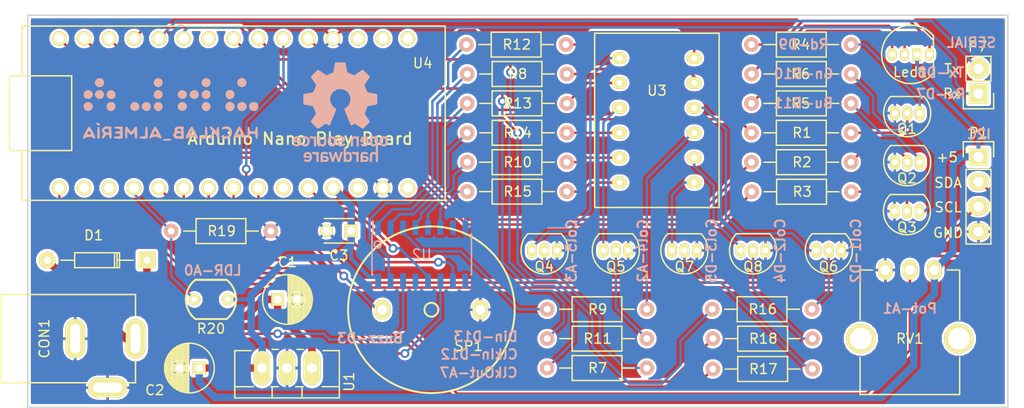
<source format=kicad_pcb>
(kicad_pcb (version 4) (host pcbnew 4.1.0-alpha+201605212346+6817~44~ubuntu14.04.1-product)
  (title_block (date "jeu. 02 avril 2015"))
  (layers (0 F.Cu signal) (31 B.Cu signal) (34 B.Paste user) (35 F.Paste user) (36 B.SilkS user) (37 F.SilkS user) (38 B.Mask user) (39 F.Mask user) (44 Edge.Cuts user))
  (net 0 "")
  (net 1 GND)
  (net 2 +5V)
  (net 3 /A7)
  (net 4 /A5)
  (net 5 /A4)
  (net 6 /A0)
  (net 7 "Net-(C1-Pad1)")
  (net 8 /D2)
  (net 9 /D4)
  (net 10 /D5)
  (net 11 /D7)
  (net 12 /D8)
  (net 13 /D9)
  (net 14 /D10)
  (net 15 /D11)
  (net 16 /D12)
  (net 17 /D13)
  (net 18 "Net-(Q1-Pad2)")
  (net 19 "Net-(Q1-Pad1)")
  (net 20 "Net-(Q2-Pad2)")
  (net 21 "Net-(Q2-Pad1)")
  (net 22 "Net-(Q3-Pad2)")
  (net 23 "Net-(Q3-Pad1)")
  (net 24 "Net-(Q4-Pad2)")
  (net 25 "Net-(Q5-Pad2)")
  (net 26 "Net-(Q6-Pad2)")
  (net 27 "Net-(Q7-Pad2)")
  (net 28 "Net-(Q8-Pad2)")
  (net 29 "Net-(R8-Pad2)")
  (net 30 "Net-(R9-Pad2)")
  (net 31 "Net-(R10-Pad2)")
  (net 32 "Net-(R12-Pad2)")
  (net 33 "Net-(R13-Pad1)")
  (net 34 "Net-(R13-Pad2)")
  (net 35 "Net-(R14-Pad2)")
  (net 36 "Net-(R15-Pad2)")
  (net 37 "Net-(Led1-Pad2)")
  (net 38 "Net-(Led1-Pad1)")
  (net 39 "Net-(Led1-Pad4)")
  (net 40 /A1)
  (net 41 "Net-(CON1-Pad1)")
  (net 42 /D3)
  (net 43 "Net-(Q5-Pad3)")
  (net 44 "Net-(Q6-Pad3)")
  (net 45 "Net-(Q7-Pad3)")
  (net 46 "Net-(Q8-Pad3)")
  (net 47 "Net-(R8-Pad1)")
  (net 48 "Net-(R9-Pad1)")
  (net 49 "Net-(R10-Pad1)")
  (net 50 "Net-(R12-Pad1)")
  (net 51 "Net-(R14-Pad1)")
  (net 52 "Net-(R15-Pad1)")
  (net 53 "Net-(Q4-Pad3)")
  (net 54 /A2)
  (net 55 /A3)
  (net 56 "Net-(U2-Pad7)")
  (net 57 "Net-(U2-Pad9)")
  (net 58 "Net-(U4-Pad1)")
  (net 59 "Net-(U4-Pad2)")
  (net 60 "Net-(U4-Pad3)")
  (net 61 "Net-(U4-Pad9)")
  (net 62 +3V3)
  (net 63 "Net-(U4-Pad18)")
  (net 64 "Net-(U4-Pad25)")
  (net 65 "Net-(U4-Pad28)")
  (net 66 "Net-(U4-Pad30)")
  (module Housings_SOIC:SOIC-16_3.9x9.9mm_Pitch1.27mm (layer B.Cu) (at 150.2 64.4 270)
    (fp_text reference U2 (at 0 0) (layer B.SilkS) (effects (justify mirror)))
    (fp_text value 74HC595)
    (pad 1 smd rect (at -2.7 4.445 270) (size 1.5 0.6) (layers B.Cu B.Paste B.Mask) (net 29 "Net-(R8-Pad2)"))
    (pad 2 smd rect (at -2.7 3.175 270) (size 1.5 0.6) (layers B.Cu B.Paste B.Mask) (net 34 "Net-(R13-Pad2)"))
    (pad 3 smd rect (at -2.7 1.905 270) (size 1.5 0.6) (layers B.Cu B.Paste B.Mask) (net 30 "Net-(R9-Pad2)"))
    (pad 4 smd rect (at -2.7 0.635 270) (size 1.5 0.6) (layers B.Cu B.Paste B.Mask) (net 35 "Net-(R14-Pad2)"))
    (pad 5 smd rect (at -2.7 -0.635 270) (size 1.5 0.6) (layers B.Cu B.Paste B.Mask) (net 31 "Net-(R10-Pad2)"))
    (pad 6 smd rect (at -2.7 -1.905 270) (size 1.5 0.6) (layers B.Cu B.Paste B.Mask) (net 36 "Net-(R15-Pad2)"))
    (pad 7 smd rect (at -2.7 -3.175 270) (size 1.5 0.6) (layers B.Cu B.Paste B.Mask) (net 56 "Net-(U2-Pad7)"))
    (pad 8 smd rect (at -2.7 -4.445 270) (size 1.5 0.6) (layers B.Cu B.Paste B.Mask) (net 1 GND))
    (pad 9 smd rect (at 2.7 -4.445 270) (size 1.5 0.6) (layers B.Cu B.Paste B.Mask) (net 57 "Net-(U2-Pad9)"))
    (pad 10 smd rect (at 2.7 -3.175 270) (size 1.5 0.6) (layers B.Cu B.Paste B.Mask) (net 2 +5V))
    (pad 11 smd rect (at 2.7 -1.905 270) (size 1.5 0.6) (layers B.Cu B.Paste B.Mask) (net 16 /D12))
    (pad 12 smd rect (at 2.7 -0.635 270) (size 1.5 0.6) (layers B.Cu B.Paste B.Mask) (net 3 /A7))
    (pad 13 smd rect (at 2.7 0.635 270) (size 1.5 0.6) (layers B.Cu B.Paste B.Mask) (net 1 GND))
    (pad 14 smd rect (at 2.7 1.905 270) (size 1.5 0.6) (layers B.Cu B.Paste B.Mask) (net 17 /D13))
    (pad 15 smd rect (at 2.7 3.175 270) (size 1.5 0.6) (layers B.Cu B.Paste B.Mask) (net 32 "Net-(R12-Pad2)"))
    (pad 16 smd rect (at 2.7 4.445 270) (size 1.5 0.6) (layers B.Cu B.Paste B.Mask) (net 2 +5V))
  )
  (module Arduino:Arduino_Nano (layer F.Cu) (at 131 50 180)
    (fp_text reference U4 (at -19.3 5.1 180) (layer F.SilkS))
    (fp_text value Arduino_Nano)
    (pad 1 thru_hole circle (at -17.78 7.62 180) (size 1.5 1.5) (drill 1) (layers *.Cu *.Mask F.SilkS) (net 58 "Net-(U4-Pad1)"))
    (pad 2 thru_hole circle (at -15.24 7.62 180) (size 1.5 1.5) (drill 1) (layers *.Cu *.Mask F.SilkS) (net 59 "Net-(U4-Pad2)"))
    (pad 3 thru_hole circle (at -12.7 7.62 180) (size 1.5 1.5) (drill 1) (layers *.Cu *.Mask F.SilkS) (net 60 "Net-(U4-Pad3)"))
    (pad 4 thru_hole circle (at -10.16 7.62 180) (size 1.5 1.5) (drill 1) (layers *.Cu *.Mask F.SilkS) (net 1 GND))
    (pad 5 thru_hole circle (at -7.62 7.62 180) (size 1.5 1.5) (drill 1) (layers *.Cu *.Mask F.SilkS) (net 8 /D2))
    (pad 6 thru_hole circle (at -5.08 7.62 180) (size 1.5 1.5) (drill 1) (layers *.Cu *.Mask F.SilkS) (net 42 /D3))
    (pad 7 thru_hole circle (at -2.54 7.62 180) (size 1.5 1.5) (drill 1) (layers *.Cu *.Mask F.SilkS) (net 9 /D4))
    (pad 8 thru_hole circle (at 0 7.62 180) (size 1.5 1.5) (drill 1) (layers *.Cu *.Mask F.SilkS) (net 10 /D5))
    (pad 9 thru_hole circle (at 2.54 7.62 180) (size 1.5 1.5) (drill 1) (layers *.Cu *.Mask F.SilkS) (net 61 "Net-(U4-Pad9)"))
    (pad 10 thru_hole circle (at 5.08 7.62 180) (size 1.5 1.5) (drill 1) (layers *.Cu *.Mask F.SilkS) (net 11 /D7))
    (pad 11 thru_hole circle (at 7.62 7.62 180) (size 1.5 1.5) (drill 1) (layers *.Cu *.Mask F.SilkS) (net 12 /D8))
    (pad 12 thru_hole circle (at 10.16 7.62 180) (size 1.5 1.5) (drill 1) (layers *.Cu *.Mask F.SilkS) (net 13 /D9))
    (pad 13 thru_hole circle (at 12.7 7.62 180) (size 1.5 1.5) (drill 1) (layers *.Cu *.Mask F.SilkS) (net 14 /D10))
    (pad 14 thru_hole circle (at 15.24 7.62 180) (size 1.5 1.5) (drill 1) (layers *.Cu *.Mask F.SilkS) (net 15 /D11))
    (pad 15 thru_hole circle (at 17.78 7.62 180) (size 1.5 1.5) (drill 1) (layers *.Cu *.Mask F.SilkS) (net 16 /D12))
    (pad 16 thru_hole circle (at 17.78 -7.62 180) (size 1.5 1.5) (drill 1) (layers *.Cu *.Mask F.SilkS) (net 17 /D13))
    (pad 17 thru_hole circle (at 15.24 -7.62 180) (size 1.5 1.5) (drill 1) (layers *.Cu *.Mask F.SilkS) (net 62 +3V3))
    (pad 18 thru_hole circle (at 12.7 -7.62 180) (size 1.5 1.5) (drill 1) (layers *.Cu *.Mask F.SilkS) (net 63 "Net-(U4-Pad18)"))
    (pad 19 thru_hole circle (at 10.16 -7.62 180) (size 1.5 1.5) (drill 1) (layers *.Cu *.Mask F.SilkS) (net 6 /A0))
    (pad 20 thru_hole circle (at 7.62 -7.62 180) (size 1.5 1.5) (drill 1) (layers *.Cu *.Mask F.SilkS) (net 40 /A1))
    (pad 21 thru_hole circle (at 5.08 -7.62 180) (size 1.5 1.5) (drill 1) (layers *.Cu *.Mask F.SilkS) (net 54 /A2))
    (pad 22 thru_hole circle (at 2.54 -7.62 180) (size 1.5 1.5) (drill 1) (layers *.Cu *.Mask F.SilkS) (net 55 /A3))
    (pad 23 thru_hole circle (at 0 -7.62 180) (size 1.5 1.5) (drill 1) (layers *.Cu *.Mask F.SilkS) (net 5 /A4))
    (pad 24 thru_hole circle (at -2.54 -7.62 180) (size 1.5 1.5) (drill 1) (layers *.Cu *.Mask F.SilkS) (net 4 /A5))
    (pad 25 thru_hole circle (at -5.08 -7.62 180) (size 1.5 1.5) (drill 1) (layers *.Cu *.Mask F.SilkS) (net 64 "Net-(U4-Pad25)"))
    (pad 26 thru_hole circle (at -7.62 -7.62 180) (size 1.5 1.5) (drill 1) (layers *.Cu *.Mask F.SilkS) (net 3 /A7))
    (pad 27 thru_hole circle (at -10.16 -7.62 180) (size 1.5 1.5) (drill 1) (layers *.Cu *.Mask F.SilkS) (net 2 +5V))
    (pad 28 thru_hole circle (at -12.7 -7.62 180) (size 1.5 1.5) (drill 1) (layers *.Cu *.Mask F.SilkS) (net 65 "Net-(U4-Pad28)"))
    (pad 29 thru_hole circle (at -15.24 -7.62 180) (size 1.5 1.5) (drill 1) (layers *.Cu *.Mask F.SilkS) (net 1 GND))
    (pad 30 thru_hole circle (at -17.78 -7.62 180) (size 1.5 1.5) (drill 1) (layers *.Cu *.Mask F.SilkS) (net 66 "Net-(U4-Pad30)"))
  )
  (module Leds:Matriz_Led_7X5 (layer F.Cu) (at 170.38 44.38 270)
    (fp_text reference U3 (at 3.32 -3.82) (layer F.SilkS))
    (fp_text value Matriz_5x7)
    (pad 1 thru_hole oval (at 0 0 270) (size 1.2 1.524) (drill 0.6) (layers *.Cu *.Mask F.SilkS) (net 53 "Net-(Q4-Pad3)"))
    (pad 2 thru_hole oval (at 2.54 0 270) (size 1.2 1.524) (drill 0.6) (layers *.Cu *.Mask F.SilkS) (net 33 "Net-(R13-Pad1)"))
    (pad 3 thru_hole oval (at 5.08 0 270) (size 1.2 1.524) (drill 0.6) (layers *.Cu *.Mask F.SilkS) (net 43 "Net-(Q5-Pad3)"))
    (pad 4 thru_hole oval (at 7.62 0 270) (size 1.2 1.524) (drill 0.6) (layers *.Cu *.Mask F.SilkS) (net 51 "Net-(R14-Pad1)"))
    (pad 5 thru_hole oval (at 10.16 0 270) (size 1.2 1.524) (drill 0.6) (layers *.Cu *.Mask F.SilkS) (net 49 "Net-(R10-Pad1)"))
    (pad 6 thru_hole oval (at 12.7 0 270) (size 1.2 1.524) (drill 0.6) (layers *.Cu *.Mask F.SilkS) (net 52 "Net-(R15-Pad1)"))
    (pad 12 thru_hole oval (at 0 -7.62 270) (size 1.2 1.524) (drill 0.6) (layers *.Cu *.Mask F.SilkS) (net 50 "Net-(R12-Pad1)"))
    (pad 11 thru_hole oval (at 2.54 -7.62 270) (size 1.2 1.524) (drill 0.6) (layers *.Cu *.Mask F.SilkS) (net 47 "Net-(R8-Pad1)"))
    (pad 10 thru_hole oval (at 5.08 -7.62 270) (size 1.2 1.524) (drill 0.6) (layers *.Cu *.Mask F.SilkS) (net 44 "Net-(Q6-Pad3)"))
    (pad 9 thru_hole oval (at 7.62 -7.62 270) (size 1.2 1.524) (drill 0.6) (layers *.Cu *.Mask F.SilkS) (net 48 "Net-(R9-Pad1)"))
    (pad 8 thru_hole oval (at 10.16 -7.62 270) (size 1.2 1.524) (drill 0.6) (layers *.Cu *.Mask F.SilkS) (net 46 "Net-(Q8-Pad3)"))
    (pad 7 thru_hole oval (at 12.7 -7.62 270) (size 1.2 1.524) (drill 0.6) (layers *.Cu *.Mask F.SilkS) (net 45 "Net-(Q7-Pad3)"))
  )
  (module Diodes_ThroughHole:Diode_DO-35_SOD27_Horizontal_RM10 (layer F.Cu) (at 122.16052 64.99746 180)
    (fp_text reference D1 (at 5.43052 2.53746 180) (layer F.SilkS))
    (fp_text value 1N4002)
    (pad 2 thru_hole circle (at 10.16052 -0.00254) (size 1.69926 1.69926) (drill 0.70104) (layers *.Cu *.Mask F.SilkS) (net 41 "Net-(CON1-Pad1)"))
    (pad 1 thru_hole rect (at 0.00052 -0.00254) (size 1.69926 1.69926) (drill 0.70104) (layers *.Cu *.Mask F.SilkS) (net 7 "Net-(C1-Pad1)"))
  )
  (module Pin_Headers:Pin_Header_Straight_1x04 (layer F.Cu) (at 207 54.46)
    (fp_text reference P7 (at -0.1 -11.26) (layer F.SilkS))
    (fp_text value CONN_01X04)
    (pad 1 thru_hole rect (at 0 0) (size 2.032 1.7272) (drill 1.016) (layers *.Cu *.Mask F.SilkS) (net 2 +5V))
    (pad 2 thru_hole oval (at 0 2.54) (size 2.032 1.7272) (drill 1.016) (layers *.Cu *.Mask F.SilkS) (net 5 /A4))
    (pad 3 thru_hole oval (at 0 5.08) (size 2.032 1.7272) (drill 1.016) (layers *.Cu *.Mask F.SilkS) (net 4 /A5))
    (pad 4 thru_hole oval (at 0 7.62) (size 2.032 1.7272) (drill 1.016) (layers *.Cu *.Mask F.SilkS) (net 1 GND))
  )
  (module Potenciometros:POT_SR_PASIVES_R9011 (layer F.Cu) (at 200 66 180)
    (fp_text reference RV1 (at 0 -7 180) (layer F.SilkS))
    (fp_text value 10K)
    (pad 2 thru_hole oval (at 0 0 180) (size 1.5 2) (drill 1) (layers *.Cu *.Mask F.SilkS) (net 40 /A1))
    (pad 1 thru_hole oval (at -2.5 0 180) (size 1.5 2) (drill 1) (layers *.Cu *.Mask F.SilkS) (net 2 +5V))
    (pad 3 thru_hole oval (at 2.5 0 180) (size 1.5 2) (drill 1) (layers *.Cu *.Mask F.SilkS) (net 1 GND))
    (pad 0 thru_hole circle (at -5 -7 180) (size 3 3) (drill 2.2) (layers *.Cu *.Mask F.SilkS))
    (pad 0 thru_hole circle (at 5 -7 180) (size 3 3) (drill 2.2) (layers *.Cu *.Mask F.SilkS))
  )
  (module Sensores:LDR_TOKEN_PGM5_Series (layer F.Cu) (at 128.7 69 180)
    (fp_text reference R20 (at -0.0018 -2.9836 180) (layer F.SilkS))
    (fp_text value LDR)
    (pad 1 thru_hole circle (at -1.7 0 180) (size 1.2 1.2) (drill 0.6) (layers *.Cu *.Mask F.SilkS) (net 2 +5V))
    (pad 2 thru_hole circle (at 1.7 0 180) (size 1.2 1.2) (drill 0.6) (layers *.Cu *.Mask F.SilkS) (net 6 /A0))
  )
  (module Buzzer:LOUDITY_LD-BZPN-1705 (layer F.Cu) (at 151.1846 70.0532)
    (fp_text reference SP1 (at 3.8 3.7) (layer F.SilkS))
    (fp_text value BUZZER)
    (pad 1 thru_hole oval (at -5 0) (size 1.6 2) (drill 1) (layers *.Cu *.Mask F.SilkS) (net 42 /D3))
    (pad 2 thru_hole oval (at 5 0) (size 1.6 2) (drill 1) (layers *.Cu *.Mask F.SilkS) (net 1 GND))
  )
  (module Pin_Headers:Pin_Header_Straight_1x02 (layer F.Cu) (at 207 48 180)
    (fp_text reference P1 (at 0 -4 180) (layer F.SilkS))
    (fp_text value CONN_01X02)
    (pad 1 thru_hole rect (at 0 0 180) (size 2.032 2.032) (drill 1.016) (layers *.Cu *.Mask F.SilkS) (net 11 /D7))
    (pad 2 thru_hole oval (at 0 2.54 180) (size 2.032 2.032) (drill 1.016) (layers *.Cu *.Mask F.SilkS) (net 12 /D8))
  )
  (module TO_SOT_Packages_THT:TO-220_Neutral123_Vertical_LargePads (layer F.Cu) (at 136.46 76 180)
    (fp_text reference U1 (at -6.34 -1.4 270) (layer F.SilkS))
    (fp_text value LM7805CT)
    (pad 2 thru_hole oval (at 0 0 270) (size 3.50012 1.69926) (drill 1.00076) (layers *.Cu *.Mask F.SilkS) (net 1 GND))
    (pad 1 thru_hole oval (at -2.54 0 270) (size 3.50012 1.69926) (drill 1.00076) (layers *.Cu *.Mask F.SilkS) (net 7 "Net-(C1-Pad1)"))
    (pad 3 thru_hole oval (at 2.54 0 270) (size 3.50012 1.69926) (drill 1.00076) (layers *.Cu *.Mask F.SilkS) (net 2 +5V))
  )
  (module Conectores:Barrel_Jack_Hembra_CLIFF_FC68148 (layer F.Cu) (at 121 73 90)
    (fp_text reference CON1 (at 0 -9.3 90) (layer F.SilkS))
    (fp_text value BARREL_JACK)
    (pad 1 thru_hole oval (at 0 0 90) (size 4 2) (drill oval 3 1) (layers *.Cu *.Mask F.SilkS) (net 41 "Net-(CON1-Pad1)"))
    (pad 3 thru_hole oval (at 0 -6.15 90) (size 4 2) (drill oval 3 1) (layers *.Cu *.Mask F.SilkS) (net 1 GND))
    (pad 2 thru_hole oval (at -5 -2.85 90) (size 2 4) (drill oval 1 3) (layers *.Cu *.Mask F.SilkS) (net 1 GND))
  )
  (module logos:logo_HackLabAl (layer B.Cu) (at 124.4 49.5 180)
    (fp_text reference G*** hide)
    (fp_text value LOGO hide)
  )
  (module logos:osh-logo (layer B.Cu) (at 141.9 49.9 180)
    (fp_text reference G*** hide)
    (fp_text value LOGO hide)
  )
  (module Capacitors_ThroughHole:C_Radial_D5_L11_P2 (layer F.Cu) (at 135.5 69)
    (fp_text reference C1 (at 1 -3.8) (layer F.SilkS))
    (fp_text value 0,33u)
    (pad 1 thru_hole rect (at 0 0) (size 1.3 1.3) (drill 0.8) (layers *.Cu *.Mask F.SilkS) (net 7 "Net-(C1-Pad1)"))
    (pad 2 thru_hole circle (at 2 0) (size 1.3 1.3) (drill 0.8) (layers *.Cu *.Mask F.SilkS) (net 1 GND))
  )
  (module Capacitors_ThroughHole:C_Radial_D5_L11_P2 (layer F.Cu) (at 127.5 76 180)
    (fp_text reference C2 (at 4.5386 -2.2574 180) (layer F.SilkS))
    (fp_text value 0,1u)
    (pad 1 thru_hole rect (at 0 0 180) (size 1.3 1.3) (drill 0.8) (layers *.Cu *.Mask F.SilkS) (net 2 +5V))
    (pad 2 thru_hole circle (at 2 0 180) (size 1.3 1.3) (drill 0.8) (layers *.Cu *.Mask F.SilkS) (net 1 GND))
  )
  (module Capacitors_ThroughHole:C_Disc_D3_P2.5 (layer F.Cu) (at 143 62 180)
    (fp_text reference C3 (at 1.25 -2.5 180) (layer F.SilkS))
    (fp_text value 100n)
    (pad 1 thru_hole rect (at 0 0 180) (size 1.3 1.3) (drill 0.8) (layers *.Cu *.Mask F.SilkS) (net 2 +5V))
    (pad 2 thru_hole circle (at 2.5 0 180) (size 1.3 1.3) (drill 0.8001) (layers *.Cu *.Mask F.SilkS) (net 1 GND))
  )
  (module Transistors:TO-92_EnLinea_Estrecho_Oval (layer F.Cu) (at 185.27 64 180)
    (fp_text reference Q8 (at 1.27 -1.65 180) (layer F.SilkS))
    (fp_text value 2N3904BU)
    (pad 2 thru_hole oval (at 1.27 0) (size 1 1.50114) (drill 0.6) (layers *.Cu *.Mask F.SilkS) (net 28 "Net-(Q8-Pad2)"))
    (pad 3 thru_hole oval (at 2.54 0) (size 1 1.50114) (drill 0.6) (layers *.Cu *.Mask F.SilkS) (net 46 "Net-(Q8-Pad3)"))
    (pad 1 thru_hole oval (at 0 0) (size 1 1.50114) (drill 0.6) (layers *.Cu *.Mask F.SilkS) (net 1 GND))
  )
  (module Transistors:TO-92_EnLinea_Estrecho_Oval (layer F.Cu) (at 178.27 64 180)
    (fp_text reference Q7 (at 1.27 -1.65 180) (layer F.SilkS))
    (fp_text value 2N3904BU)
    (pad 2 thru_hole oval (at 1.27 0) (size 1 1.50114) (drill 0.6) (layers *.Cu *.Mask F.SilkS) (net 27 "Net-(Q7-Pad2)"))
    (pad 3 thru_hole oval (at 2.54 0) (size 1 1.50114) (drill 0.6) (layers *.Cu *.Mask F.SilkS) (net 45 "Net-(Q7-Pad3)"))
    (pad 1 thru_hole oval (at 0 0) (size 1 1.50114) (drill 0.6) (layers *.Cu *.Mask F.SilkS) (net 1 GND))
  )
  (module Transistors:TO-92_EnLinea_Estrecho_Oval (layer F.Cu) (at 193 64 180)
    (fp_text reference Q6 (at 1.3 -1.65 180) (layer F.SilkS))
    (fp_text value 2N3904BU)
    (pad 2 thru_hole oval (at 1.27 0) (size 1 1.50114) (drill 0.6) (layers *.Cu *.Mask F.SilkS) (net 26 "Net-(Q6-Pad2)"))
    (pad 3 thru_hole oval (at 2.54 0) (size 1 1.50114) (drill 0.6) (layers *.Cu *.Mask F.SilkS) (net 44 "Net-(Q6-Pad3)"))
    (pad 1 thru_hole oval (at 0 0) (size 1 1.50114) (drill 0.6) (layers *.Cu *.Mask F.SilkS) (net 1 GND))
  )
  (module Transistors:TO-92_EnLinea_Estrecho_Oval (layer F.Cu) (at 171.27 64 180)
    (fp_text reference Q5 (at 1.27 -1.65 180) (layer F.SilkS))
    (fp_text value 2N3904BU)
    (pad 2 thru_hole oval (at 1.27 0) (size 1 1.50114) (drill 0.6) (layers *.Cu *.Mask F.SilkS) (net 25 "Net-(Q5-Pad2)"))
    (pad 3 thru_hole oval (at 2.54 0) (size 1 1.50114) (drill 0.6) (layers *.Cu *.Mask F.SilkS) (net 43 "Net-(Q5-Pad3)"))
    (pad 1 thru_hole oval (at 0 0) (size 1 1.50114) (drill 0.6) (layers *.Cu *.Mask F.SilkS) (net 1 GND))
  )
  (module Transistors:TO-92_EnLinea_Estrecho_Oval (layer F.Cu) (at 164 64 180)
    (fp_text reference Q4 (at 1.3 -1.65 180) (layer F.SilkS))
    (fp_text value 2N3904BU)
    (pad 2 thru_hole oval (at 1.27 0) (size 1 1.50114) (drill 0.6) (layers *.Cu *.Mask F.SilkS) (net 24 "Net-(Q4-Pad2)"))
    (pad 3 thru_hole oval (at 2.54 0) (size 1 1.50114) (drill 0.6) (layers *.Cu *.Mask F.SilkS) (net 53 "Net-(Q4-Pad3)"))
    (pad 1 thru_hole oval (at 0 0) (size 1 1.50114) (drill 0.6) (layers *.Cu *.Mask F.SilkS) (net 1 GND))
  )
  (module Transistors:TO-92_EnLinea_Estrecho_Oval (layer F.Cu) (at 200.97 60 180)
    (fp_text reference Q3 (at 1.27 -1.65 180) (layer F.SilkS))
    (fp_text value BC547)
    (pad 2 thru_hole oval (at 1.27 0) (size 1 1.50114) (drill 0.6) (layers *.Cu *.Mask F.SilkS) (net 22 "Net-(Q3-Pad2)"))
    (pad 3 thru_hole oval (at 2.54 0) (size 1 1.50114) (drill 0.6) (layers *.Cu *.Mask F.SilkS) (net 1 GND))
    (pad 1 thru_hole oval (at 0 0) (size 1 1.50114) (drill 0.6) (layers *.Cu *.Mask F.SilkS) (net 23 "Net-(Q3-Pad1)"))
  )
  (module Transistors:TO-92_EnLinea_Estrecho_Oval (layer F.Cu) (at 201 55 180)
    (fp_text reference Q2 (at 1.3 -1.65 180) (layer F.SilkS))
    (fp_text value BC547)
    (pad 2 thru_hole oval (at 1.27 0) (size 1 1.50114) (drill 0.6) (layers *.Cu *.Mask F.SilkS) (net 20 "Net-(Q2-Pad2)"))
    (pad 3 thru_hole oval (at 2.54 0) (size 1 1.50114) (drill 0.6) (layers *.Cu *.Mask F.SilkS) (net 1 GND))
    (pad 1 thru_hole oval (at 0 0) (size 1 1.50114) (drill 0.6) (layers *.Cu *.Mask F.SilkS) (net 21 "Net-(Q2-Pad1)"))
  )
  (module Transistors:TO-92_EnLinea_Estrecho_Oval (layer F.Cu) (at 201 50 180)
    (fp_text reference Q1 (at 1.3 -1.6 180) (layer F.SilkS))
    (fp_text value BC547)
    (pad 2 thru_hole oval (at 1.27 0) (size 1 1.50114) (drill 0.6) (layers *.Cu *.Mask F.SilkS) (net 18 "Net-(Q1-Pad2)"))
    (pad 3 thru_hole oval (at 2.54 0) (size 1 1.50114) (drill 0.6) (layers *.Cu *.Mask F.SilkS) (net 1 GND))
    (pad 1 thru_hole oval (at 0 0) (size 1 1.50114) (drill 0.6) (layers *.Cu *.Mask F.SilkS) (net 19 "Net-(Q1-Pad1)"))
  )
  (module Resistencias:Resistencia_1_4_W_10_mm (layer F.Cu) (at 194 52 180)
    (fp_text reference R1 (at 5.01 0 180) (layer F.SilkS))
    (fp_text value 4K7)
    (pad 1 thru_hole circle (at 0 0 180) (size 1.5 1.5) (drill 0.7) (layers *.Cu *.SilkS *.Mask) (net 18 "Net-(Q1-Pad2)"))
    (pad 2 thru_hole circle (at 10.16 0 180) (size 1.5 1.5) (drill 0.7) (layers *.Cu *.SilkS *.Mask) (net 13 /D9))
  )
  (module Resistencias:Resistencia_1_4_W_10_mm (layer F.Cu) (at 194 55 180)
    (fp_text reference R2 (at 5.01 0 180) (layer F.SilkS))
    (fp_text value 4K7)
    (pad 1 thru_hole circle (at 0 0 180) (size 1.5 1.5) (drill 0.7) (layers *.Cu *.SilkS *.Mask) (net 20 "Net-(Q2-Pad2)"))
    (pad 2 thru_hole circle (at 10.16 0 180) (size 1.5 1.5) (drill 0.7) (layers *.Cu *.SilkS *.Mask) (net 14 /D10))
  )
  (module Resistencias:Resistencia_1_4_W_10_mm (layer F.Cu) (at 194.0306 58.0136 180)
    (fp_text reference R3 (at 5.01 0 180) (layer F.SilkS))
    (fp_text value 4K7)
    (pad 1 thru_hole circle (at 0 0 180) (size 1.5 1.5) (drill 0.7) (layers *.Cu *.SilkS *.Mask) (net 22 "Net-(Q3-Pad2)"))
    (pad 2 thru_hole circle (at 10.16 0 180) (size 1.5 1.5) (drill 0.7) (layers *.Cu *.SilkS *.Mask) (net 15 /D11))
  )
  (module Resistencias:Resistencia_1_4_W_10_mm (layer F.Cu) (at 183.84 43)
    (fp_text reference R4 (at 5.01 0) (layer F.SilkS))
    (fp_text value 100)
    (pad 1 thru_hole circle (at 0 0) (size 1.5 1.5) (drill 0.7) (layers *.Cu *.SilkS *.Mask) (net 39 "Net-(Led1-Pad4)"))
    (pad 2 thru_hole circle (at 10.16 0) (size 1.5 1.5) (drill 0.7) (layers *.Cu *.SilkS *.Mask) (net 19 "Net-(Q1-Pad1)"))
  )
  (module Resistencias:Resistencia_1_4_W_10_mm (layer F.Cu) (at 183.85 49)
    (fp_text reference R5 (at 5.01 0) (layer F.SilkS))
    (fp_text value 100)
    (pad 1 thru_hole circle (at 0 0) (size 1.5 1.5) (drill 0.7) (layers *.Cu *.SilkS *.Mask) (net 38 "Net-(Led1-Pad1)"))
    (pad 2 thru_hole circle (at 10.16 0) (size 1.5 1.5) (drill 0.7) (layers *.Cu *.SilkS *.Mask) (net 21 "Net-(Q2-Pad1)"))
  )
  (module Resistencias:Resistencia_1_4_W_10_mm (layer F.Cu) (at 183.85 46)
    (fp_text reference R6 (at 5.01 0) (layer F.SilkS))
    (fp_text value 100)
    (pad 1 thru_hole circle (at 0 0) (size 1.5 1.5) (drill 0.7) (layers *.Cu *.SilkS *.Mask) (net 37 "Net-(Led1-Pad2)"))
    (pad 2 thru_hole circle (at 10.16 0) (size 1.5 1.5) (drill 0.7) (layers *.Cu *.SilkS *.Mask) (net 23 "Net-(Q3-Pad1)"))
  )
  (module Resistencias:Resistencia_1_4_W_10_mm (layer F.Cu) (at 173.16 76 180)
    (fp_text reference R7 (at 5.01 0 180) (layer F.SilkS))
    (fp_text value 1K)
    (pad 1 thru_hole circle (at 0 0 180) (size 1.5 1.5) (drill 0.7) (layers *.Cu *.SilkS *.Mask) (net 24 "Net-(Q4-Pad2)"))
    (pad 2 thru_hole circle (at 10.16 0 180) (size 1.5 1.5) (drill 0.7) (layers *.Cu *.SilkS *.Mask) (net 8 /D2))
  )
  (module Resistencias:Resistencia_1_4_W_10_mm (layer F.Cu) (at 165 46 180)
    (fp_text reference R8 (at 5.01 0 180) (layer F.SilkS))
    (fp_text value 120)
    (pad 1 thru_hole circle (at 0 0 180) (size 1.5 1.5) (drill 0.7) (layers *.Cu *.SilkS *.Mask) (net 47 "Net-(R8-Pad1)"))
    (pad 2 thru_hole circle (at 10.16 0 180) (size 1.5 1.5) (drill 0.7) (layers *.Cu *.SilkS *.Mask) (net 29 "Net-(R8-Pad2)"))
  )
  (module Resistencias:Resistencia_1_4_W_10_mm (layer F.Cu) (at 173.16 70 180)
    (fp_text reference R9 (at 5.01 0 180) (layer F.SilkS))
    (fp_text value 120)
    (pad 1 thru_hole circle (at 0 0 180) (size 1.5 1.5) (drill 0.7) (layers *.Cu *.SilkS *.Mask) (net 48 "Net-(R9-Pad1)"))
    (pad 2 thru_hole circle (at 10.16 0 180) (size 1.5 1.5) (drill 0.7) (layers *.Cu *.SilkS *.Mask) (net 30 "Net-(R9-Pad2)"))
  )
  (module Resistencias:Resistencia_1_4_W_10_mm (layer F.Cu) (at 165 55 180)
    (fp_text reference R10 (at 5.01 0 180) (layer F.SilkS))
    (fp_text value 120)
    (pad 1 thru_hole circle (at 0 0 180) (size 1.5 1.5) (drill 0.7) (layers *.Cu *.SilkS *.Mask) (net 49 "Net-(R10-Pad1)"))
    (pad 2 thru_hole circle (at 10.16 0 180) (size 1.5 1.5) (drill 0.7) (layers *.Cu *.SilkS *.Mask) (net 31 "Net-(R10-Pad2)"))
  )
  (module Resistencias:Resistencia_1_4_W_10_mm (layer F.Cu) (at 173.16 73 180)
    (fp_text reference R11 (at 5.01 0 180) (layer F.SilkS))
    (fp_text value 1K)
    (pad 1 thru_hole circle (at 0 0 180) (size 1.5 1.5) (drill 0.7) (layers *.Cu *.SilkS *.Mask) (net 25 "Net-(Q5-Pad2)"))
    (pad 2 thru_hole circle (at 10.16 0 180) (size 1.5 1.5) (drill 0.7) (layers *.Cu *.SilkS *.Mask) (net 9 /D4))
  )
  (module Resistencias:Resistencia_1_4_W_10_mm (layer F.Cu) (at 164.91 43 180)
    (fp_text reference R12 (at 5.01 0 180) (layer F.SilkS))
    (fp_text value 120)
    (pad 1 thru_hole circle (at 0 0 180) (size 1.5 1.5) (drill 0.7) (layers *.Cu *.SilkS *.Mask) (net 50 "Net-(R12-Pad1)"))
    (pad 2 thru_hole circle (at 10.16 0 180) (size 1.5 1.5) (drill 0.7) (layers *.Cu *.SilkS *.Mask) (net 32 "Net-(R12-Pad2)"))
  )
  (module Resistencias:Resistencia_1_4_W_10_mm (layer F.Cu) (at 165 49 180)
    (fp_text reference R13 (at 5.01 0 180) (layer F.SilkS))
    (fp_text value 120)
    (pad 1 thru_hole circle (at 0 0 180) (size 1.5 1.5) (drill 0.7) (layers *.Cu *.SilkS *.Mask) (net 33 "Net-(R13-Pad1)"))
    (pad 2 thru_hole circle (at 10.16 0 180) (size 1.5 1.5) (drill 0.7) (layers *.Cu *.SilkS *.Mask) (net 34 "Net-(R13-Pad2)"))
  )
  (module Resistencias:Resistencia_1_4_W_10_mm (layer F.Cu) (at 165 52 180)
    (fp_text reference R14 (at 5.01 0 180) (layer F.SilkS))
    (fp_text value 120)
    (pad 1 thru_hole circle (at 0 0 180) (size 1.5 1.5) (drill 0.7) (layers *.Cu *.SilkS *.Mask) (net 51 "Net-(R14-Pad1)"))
    (pad 2 thru_hole circle (at 10.16 0 180) (size 1.5 1.5) (drill 0.7) (layers *.Cu *.SilkS *.Mask) (net 35 "Net-(R14-Pad2)"))
  )
  (module Resistencias:Resistencia_1_4_W_10_mm (layer F.Cu) (at 165 58 180)
    (fp_text reference R15 (at 5.01 0 180) (layer F.SilkS))
    (fp_text value 120)
    (pad 1 thru_hole circle (at 0 0 180) (size 1.5 1.5) (drill 0.7) (layers *.Cu *.SilkS *.Mask) (net 52 "Net-(R15-Pad1)"))
    (pad 2 thru_hole circle (at 10.16 0 180) (size 1.5 1.5) (drill 0.7) (layers *.Cu *.SilkS *.Mask) (net 36 "Net-(R15-Pad2)"))
  )
  (module Resistencias:Resistencia_1_4_W_10_mm (layer F.Cu) (at 190 70 180)
    (fp_text reference R16 (at 5.01 0 180) (layer F.SilkS))
    (fp_text value 1K)
    (pad 1 thru_hole circle (at 0 0 180) (size 1.5 1.5) (drill 0.7) (layers *.Cu *.SilkS *.Mask) (net 26 "Net-(Q6-Pad2)"))
    (pad 2 thru_hole circle (at 10.16 0 180) (size 1.5 1.5) (drill 0.7) (layers *.Cu *.SilkS *.Mask) (net 10 /D5))
  )
  (module Resistencias:Resistencia_1_4_W_10_mm (layer F.Cu) (at 190.06 76.1 180)
    (fp_text reference R17 (at 5.01 0 180) (layer F.SilkS))
    (fp_text value 1K)
    (pad 1 thru_hole circle (at 0 0 180) (size 1.5 1.5) (drill 0.7) (layers *.Cu *.SilkS *.Mask) (net 27 "Net-(Q7-Pad2)"))
    (pad 2 thru_hole circle (at 10.16 0 180) (size 1.5 1.5) (drill 0.7) (layers *.Cu *.SilkS *.Mask) (net 54 /A2))
  )
  (module Resistencias:Resistencia_1_4_W_10_mm (layer F.Cu) (at 190.06 73 180)
    (fp_text reference R18 (at 5.01 0 180) (layer F.SilkS))
    (fp_text value 1K)
    (pad 1 thru_hole circle (at 0 0 180) (size 1.5 1.5) (drill 0.7) (layers *.Cu *.SilkS *.Mask) (net 28 "Net-(Q8-Pad2)"))
    (pad 2 thru_hole circle (at 10.16 0 180) (size 1.5 1.5) (drill 0.7) (layers *.Cu *.SilkS *.Mask) (net 55 /A3))
  )
  (module Resistencias:Resistencia_1_4_W_10_mm (layer F.Cu) (at 134.7978 62.0268 180)
    (fp_text reference R19 (at 5.01 0 180) (layer F.SilkS))
    (fp_text value 1K)
    (pad 1 thru_hole circle (at 0 0 180) (size 1.5 1.5) (drill 0.7) (layers *.Cu *.SilkS *.Mask) (net 1 GND))
    (pad 2 thru_hole circle (at 10.16 0 180) (size 1.5 1.5) (drill 0.7) (layers *.Cu *.SilkS *.Mask) (net 6 /A0))
  )
  (module Leds:LED_RGB_5mm_G_B_COM_R_Anodo_comun (layer F.Cu) (at 200.1012 44)
    (fp_text reference Led1 (at -0.0512 1.8) (layer F.SilkS))
    (fp_text value Led_RGB)
    (pad 2 thru_hole oval (at -0.635 0) (size 0.9 1.3) (drill 0.6) (layers *.Cu *.Mask F.SilkS) (net 37 "Net-(Led1-Pad2)"))
    (pad 3 thru_hole rect (at 0.635 0) (size 0.9 1.3) (drill 0.6) (layers *.Cu *.Mask F.SilkS) (net 2 +5V))
    (pad 1 thru_hole oval (at -1.905 0) (size 0.9 1.3) (drill 0.6) (layers *.Cu *.Mask F.SilkS) (net 38 "Net-(Led1-Pad1)"))
    (pad 4 thru_hole oval (at 1.905 0) (size 0.9 1.3) (drill 0.6) (layers *.Cu *.Mask F.SilkS) (net 39 "Net-(Led1-Pad4)"))
  )
  (gr_text I2C (at 207.05 52.15) (layer B.SilkS) (effects (font (size 1 1) (thickness 0.2)) (justify mirror)))
  (gr_text ClkOut-A7 (at 156.0068 76.4794) (layer B.SilkS) (effects (font (size 1 1) (thickness 0.2)) (justify mirror)))
  (gr_text ClkIn-D12 (at 156.0576 74.5998) (layer B.SilkS) (effects (font (size 1 1) (thickness 0.2)) (justify mirror)))
  (gr_text Din-D13 (at 156.718 72.7964) (layer B.SilkS) (effects (font (size 1 1) (thickness 0.2)) (justify mirror)))
  (gr_text Buzz-D3 (at 144.9324 72.9488) (layer B.SilkS) (effects (font (size 1 1) (thickness 0.2)) (justify mirror)))
  (gr_text Bu-D11 (at 189.1284 48.9712) (layer B.SilkS) (effects (font (size 1 1) (thickness 0.2)) (justify mirror)))
  (gr_text Gn-D10 (at 189.1538 45.974) (layer B.SilkS) (effects (font (size 1 1) (thickness 0.2)) (justify mirror)))
  (gr_text Rd-D9 (at 189.1538 42.9768) (layer B.SilkS) (effects (font (size 1 1) (thickness 0.2)) (justify mirror)))
  (gr_text LDR-A0 (at 128.8796 66.04) (layer B.SilkS) (effects (font (size 1 1) (thickness 0.2)) (justify mirror)))
  (gr_text Pot-A1 (at 199.9996 69.9262) (layer B.SilkS) (effects (font (size 1 1) (thickness 0.2)) (justify mirror)))
  (gr_text Col5-A3 (at 165.481 64.0334 90) (layer B.SilkS) (effects (font (size 1 1) (thickness 0.2)) (justify mirror)))
  (gr_text Col4-A2 (at 172.7454 64.0334 90) (layer B.SilkS) (effects (font (size 1 1) (thickness 0.2)) (justify mirror)))
  (gr_text Col3-D5 (at 179.7558 64.0334 90) (layer B.SilkS) (effects (font (size 1 1) (thickness 0.2)) (justify mirror)))
  (gr_text Col2-D4 (at 186.7662 64.0334 90) (layer B.SilkS) (effects (font (size 1 1) (thickness 0.2)) (justify mirror)))
  (gr_text Col1-D2 (at 194.4878 64.0334 90) (layer B.SilkS) (effects (font (size 1 1) (thickness 0.2)) (justify mirror)))
  (gr_text Rx-D7 (at 203.15 48.05) (layer B.SilkS) (effects (font (size 1 1) (thickness 0.2)) (justify mirror)))
  (gr_text Tx-D8 (at 203.15 45.85) (layer B.SilkS) (effects (font (size 1 1) (thickness 0.2)) (justify mirror)))
  (gr_text SERIAL (at 206.2734 42.799) (layer B.SilkS) (effects (font (size 1 1) (thickness 0.2)) (justify mirror)))
  (gr_text "Arduino Nano Play Board" (at 137.8 52.6) (layer F.SilkS) (effects (font (size 1.2 1.2) (thickness 0.2))))
  (gr_text Rx (at 204.3 48) (layer F.SilkS) (effects (font (size 1 1))))
  (gr_text Tx (at 204.3 45.5) (layer F.SilkS) (effects (font (size 1 1))))
  (gr_text SCL (at 203.9 59.6) (layer F.SilkS) (effects (font (size 1 1))))
  (gr_text SDA (at 203.9 57.1) (layer F.SilkS) (effects (font (size 1 1))))
  (gr_text GND (at 203.9 62.2) (layer F.SilkS) (effects (font (size 1 1))))
  (gr_text +5 (at 203.8 54.5) (layer F.SilkS) (effects (font (size 1 1))))
  (gr_line (start 210 80) (end 210 40) (layer Edge.Cuts) (width 0.15))
  (gr_line (start 110 80) (end 210 80) (layer Edge.Cuts) (width 0.15))
  (gr_line (start 110 40) (end 110 80) (layer Edge.Cuts) (width 0.15))
  (gr_line (start 110 40) (end 210 40) (layer Edge.Cuts) (width 0.15))
  (segment (start 138.3 64.75) (end 136.5643 64.75) (width 0.762) (layer B.Cu) (net 2))
  (segment (start 136.5643 64.75) (end 132.8 68.5143) (width 0.762) (layer B.Cu) (net 2))
  (segment (start 132.8 68.5143) (end 132.8 68.826702) (width 0.762) (layer B.Cu) (net 2))
  (segment (start 130.4 69) (end 132.626702 69) (width 0.4064) (layer B.Cu) (net 2))
  (segment (start 132.626702 69) (end 132.8 68.826702) (width 0.4064) (layer B.Cu) (net 2))
  (segment (start 132.8 68.826702) (end 132.8 72.36794) (width 0.762) (layer B.Cu) (net 2))
  (segment (start 132.8 72.36794) (end 133.92 73.48794) (width 0.762) (layer B.Cu) (net 2))
  (segment (start 133.92 73.48794) (end 133.92 76) (width 0.762) (layer B.Cu) (net 2))
  (segment (start 197.1 79) (end 200.4 75.7) (width 0.762) (layer B.Cu) (net 2))
  (segment (start 202.5 68.45) (end 202.5 66) (width 0.762) (layer B.Cu) (net 2))
  (segment (start 200.4 75.7) (end 200.4 70.55) (width 0.762) (layer B.Cu) (net 2))
  (segment (start 200.4 70.55) (end 202.5 68.45) (width 0.762) (layer B.Cu) (net 2))
  (segment (start 143 62) (end 143 63.462) (width 0.762) (layer B.Cu) (net 2))
  (segment (start 143 63.462) (end 141.717223 64.744777) (width 0.762) (layer B.Cu) (net 2))
  (segment (start 141.717223 64.744777) (end 138.305223 64.744777) (width 0.762) (layer B.Cu) (net 2))
  (segment (start 138.305223 64.744777) (end 138.3 64.75) (width 0.762) (layer B.Cu) (net 2))
  (segment (start 200.7362 44) (end 200.7362 45.756611) (width 0.4064) (layer B.Cu) (net 2))
  (segment (start 200.7362 45.756611) (end 207 52.020411) (width 0.4064) (layer B.Cu) (net 2))
  (segment (start 207 52.020411) (end 207 53.19) (width 0.4064) (layer B.Cu) (net 2))
  (segment (start 207 53.19) (end 207 54.46) (width 0.4064) (layer B.Cu) (net 2))
  (segment (start 152.9 65.2) (end 153.375 65.675) (width 0.254) (layer B.Cu) (net 2))
  (segment (start 153.375 65.675) (end 153.375 67.1) (width 0.254) (layer B.Cu) (net 2))
  (segment (start 151.9 65.2) (end 152.9 65.2) (width 0.254) (layer B.Cu) (net 2))
  (segment (start 143 62) (end 143 62.954) (width 0.254) (layer F.Cu) (net 2))
  (segment (start 143 62.954) (end 145.246 65.2) (width 0.254) (layer F.Cu) (net 2))
  (segment (start 145.246 65.2) (end 151.9 65.2) (width 0.254) (layer F.Cu) (net 2))
  (via (at 151.9 65.2) (size 0.9) (drill 0.5) (layers F.Cu B.Cu) (net 2))
  (segment (start 141.3564 64.75) (end 138.3 64.75) (width 0.4064) (layer B.Cu) (net 2))
  (segment (start 143 62) (end 143 59.46) (width 0.762) (layer B.Cu) (net 2))
  (segment (start 143 59.46) (end 141.16 57.62) (width 0.762) (layer B.Cu) (net 2))
  (segment (start 202.5 66) (end 204.4 64.1) (width 0.762) (layer B.Cu) (net 2))
  (segment (start 204.4 64.1) (end 204.4 55.282) (width 0.762) (layer B.Cu) (net 2))
  (segment (start 204.4 55.282) (end 205.222 54.46) (width 0.762) (layer B.Cu) (net 2))
  (segment (start 205.222 54.46) (end 207 54.46) (width 0.762) (layer B.Cu) (net 2))
  (segment (start 129.088 79) (end 197.1 79) (width 0.762) (layer B.Cu) (net 2))
  (segment (start 127.5 76) (end 127.5 77.412) (width 0.762) (layer B.Cu) (net 2))
  (segment (start 127.5 77.412) (end 129.088 79) (width 0.762) (layer B.Cu) (net 2))
  (segment (start 143 63.1064) (end 141.3564 64.75) (width 0.4064) (layer B.Cu) (net 2))
  (segment (start 133.92 75.09957) (end 133.92 76) (width 0.4064) (layer B.Cu) (net 2))
  (segment (start 145.555 66.7) (end 144.8486 66.7) (width 0.4064) (layer B.Cu) (net 2))
  (segment (start 144.8486 66.7) (end 143 64.8514) (width 0.4064) (layer B.Cu) (net 2))
  (segment (start 143 64.8514) (end 143 63.1064) (width 0.4064) (layer B.Cu) (net 2))
  (segment (start 143 63.1064) (end 143 62) (width 0.4064) (layer B.Cu) (net 2))
  (segment (start 127.5 76) (end 133.92 76) (width 0.762) (layer F.Cu) (net 2))
  (segment (start 147.903957 63.791606) (end 147.267561 63.791606) (width 0.254) (layer B.Cu) (net 3))
  (segment (start 147.976606 63.791606) (end 147.903957 63.791606) (width 0.254) (layer B.Cu) (net 3))
  (segment (start 150.835 66.65) (end 147.976606 63.791606) (width 0.254) (layer B.Cu) (net 3))
  (segment (start 150.835 67.1) (end 150.835 66.65) (width 0.254) (layer B.Cu) (net 3))
  (segment (start 146.817562 63.341607) (end 147.267561 63.791606) (width 0.254) (layer F.Cu) (net 3))
  (segment (start 143.212827 59.736872) (end 146.817562 63.341607) (width 0.254) (layer F.Cu) (net 3))
  (segment (start 140.736872 59.736872) (end 143.212827 59.736872) (width 0.254) (layer F.Cu) (net 3))
  (segment (start 138.62 57.62) (end 140.736872 59.736872) (width 0.254) (layer F.Cu) (net 3))
  (via (at 147.267561 63.791606) (size 0.9) (drill 0.5) (layers F.Cu B.Cu) (net 3))
  (segment (start 207 59.54) (end 206.8476 59.54) (width 0.254) (layer F.Cu) (net 4))
  (segment (start 206.8476 59.54) (end 203.6176 62.77) (width 0.254) (layer F.Cu) (net 4))
  (segment (start 203.6176 62.77) (end 197.93 62.77) (width 0.254) (layer F.Cu) (net 4))
  (segment (start 197.93 62.77) (end 193.415859 67.284141) (width 0.254) (layer F.Cu) (net 4))
  (segment (start 134.82392 59.900358) (end 133.54 58.616438) (width 0.254) (layer F.Cu) (net 4))
  (segment (start 133.54 58.616438) (end 133.54 57.62) (width 0.254) (layer F.Cu) (net 4))
  (segment (start 193.415859 67.284141) (end 144.139803 67.284141) (width 0.254) (layer F.Cu) (net 4))
  (segment (start 144.139803 67.284141) (end 136.75602 59.900358) (width 0.254) (layer F.Cu) (net 4))
  (segment (start 136.75602 59.900358) (end 134.82392 59.900358) (width 0.254) (layer F.Cu) (net 4))
  (segment (start 208.9 62.8) (end 208.9 58.7476) (width 0.254) (layer F.Cu) (net 5))
  (segment (start 138.692101 64.976644) (end 141.507609 67.792152) (width 0.254) (layer F.Cu) (net 5))
  (segment (start 131 57.62) (end 131 60.883128) (width 0.254) (layer F.Cu) (net 5))
  (segment (start 135.093516 64.976644) (end 138.692101 64.976644) (width 0.254) (layer F.Cu) (net 5))
  (segment (start 131 60.883128) (end 135.093516 64.976644) (width 0.254) (layer F.Cu) (net 5))
  (segment (start 141.507609 67.792152) (end 193.626284 67.792152) (width 0.254) (layer F.Cu) (net 5))
  (segment (start 193.626284 67.792152) (end 196.850246 64.56819) (width 0.254) (layer F.Cu) (net 5))
  (segment (start 196.850246 64.56819) (end 207.13181 64.56819) (width 0.254) (layer F.Cu) (net 5))
  (segment (start 207.13181 64.56819) (end 208.9 62.8) (width 0.254) (layer F.Cu) (net 5))
  (segment (start 208.9 58.7476) (end 207.1524 57) (width 0.254) (layer F.Cu) (net 5))
  (segment (start 207.1524 57) (end 207 57) (width 0.254) (layer F.Cu) (net 5))
  (segment (start 127.16 69) (end 127 69) (width 0.254) (layer F.Cu) (net 6))
  (segment (start 124.6378 62.0268) (end 120.84 58.229) (width 0.254) (layer B.Cu) (net 6))
  (segment (start 120.84 58.229) (end 120.84 57.62) (width 0.254) (layer B.Cu) (net 6))
  (segment (start 127 69) (end 124.6378 66.6378) (width 0.254) (layer B.Cu) (net 6))
  (segment (start 124.6378 66.6378) (end 124.6378 62.0268) (width 0.254) (layer B.Cu) (net 6))
  (segment (start 135.5 69) (end 135.5 70.412) (width 0.762) (layer F.Cu) (net 7))
  (segment (start 139 73.912) (end 139 76) (width 0.762) (layer F.Cu) (net 7))
  (segment (start 135.5 70.412) (end 139 73.912) (width 0.762) (layer F.Cu) (net 7))
  (segment (start 122.16 65) (end 122.16 67.2198) (width 0.762) (layer F.Cu) (net 7))
  (segment (start 122.16 67.2198) (end 125.6538 70.7136) (width 0.762) (layer F.Cu) (net 7))
  (segment (start 125.6538 70.7136) (end 132.2832 70.7136) (width 0.762) (layer F.Cu) (net 7))
  (segment (start 132.2832 70.7136) (end 133.9968 69) (width 0.762) (layer F.Cu) (net 7))
  (segment (start 133.9968 69) (end 135.5 69) (width 0.762) (layer F.Cu) (net 7))
  (segment (start 138.62 42.38) (end 140.245353 44.005353) (width 0.254) (layer F.Cu) (net 8))
  (segment (start 155.616704 41.546741) (end 159.251868 45.181905) (width 0.254) (layer F.Cu) (net 8))
  (segment (start 140.245353 44.005353) (end 151.617158 44.005353) (width 0.254) (layer F.Cu) (net 8))
  (segment (start 151.617158 44.005353) (end 154.07577 41.546741) (width 0.254) (layer F.Cu) (net 8))
  (segment (start 159.251868 45.181905) (end 159.251868 45.818301) (width 0.254) (layer F.Cu) (net 8))
  (segment (start 154.07577 41.546741) (end 155.616704 41.546741) (width 0.254) (layer F.Cu) (net 8))
  (segment (start 165.689574 73.310426) (end 165.689574 69.60801) (width 0.254) (layer B.Cu) (net 8))
  (segment (start 159.251868 51.502369) (end 159.251868 46.454697) (width 0.254) (layer B.Cu) (net 8))
  (segment (start 159.153929 51.600308) (end 159.251868 51.502369) (width 0.254) (layer B.Cu) (net 8))
  (segment (start 161.583769 67.60801) (end 159.153929 65.17817) (width 0.254) (layer B.Cu) (net 8))
  (segment (start 163.689575 67.608011) (end 161.583769 67.60801) (width 0.254) (layer B.Cu) (net 8))
  (segment (start 163 76) (end 165.689574 73.310426) (width 0.254) (layer B.Cu) (net 8))
  (segment (start 165.689574 69.60801) (end 163.689575 67.608011) (width 0.254) (layer B.Cu) (net 8))
  (segment (start 159.251868 46.454697) (end 159.251868 45.818301) (width 0.254) (layer B.Cu) (net 8))
  (segment (start 159.153929 65.17817) (end 159.153929 51.600308) (width 0.254) (layer B.Cu) (net 8))
  (via (at 159.251868 45.818301) (size 0.9) (drill 0.5) (layers F.Cu B.Cu) (net 8))
  (segment (start 133.54 42.38) (end 135.673364 44.513364) (width 0.254) (layer F.Cu) (net 9))
  (segment (start 135.673364 44.513364) (end 155.522302 44.513364) (width 0.254) (layer F.Cu) (net 9))
  (segment (start 155.522302 44.513364) (end 158.420848 47.41191) (width 0.254) (layer F.Cu) (net 9))
  (segment (start 158.420848 47.41191) (end 158.420848 48.153325) (width 0.254) (layer F.Cu) (net 9))
  (segment (start 158.420848 48.153325) (end 158.420848 48.789721) (width 0.254) (layer F.Cu) (net 9))
  (segment (start 163 73) (end 164.7 71.3) (width 0.254) (layer B.Cu) (net 9))
  (segment (start 161.373343 68.11602) (end 158.420848 65.163525) (width 0.254) (layer B.Cu) (net 9))
  (segment (start 158.420848 65.163525) (end 158.420848 49.426117) (width 0.254) (layer B.Cu) (net 9))
  (segment (start 158.420848 49.426117) (end 158.420848 48.789721) (width 0.254) (layer B.Cu) (net 9))
  (segment (start 164.7 71.3) (end 164.7 69.336872) (width 0.254) (layer B.Cu) (net 9))
  (segment (start 164.7 69.336872) (end 163.47915 68.116022) (width 0.254) (layer B.Cu) (net 9))
  (segment (start 163.47915 68.116022) (end 161.373343 68.11602) (width 0.254) (layer B.Cu) (net 9))
  (via (at 158.420848 48.789721) (size 0.9) (drill 0.5) (layers F.Cu B.Cu) (net 9))
  (segment (start 131 42.38) (end 139.104127 50.484127) (width 0.254) (layer F.Cu) (net 10))
  (segment (start 139.104127 50.484127) (end 158.469868 50.484127) (width 0.254) (layer F.Cu) (net 10))
  (segment (start 158.469868 50.484127) (end 159.534932 51.549191) (width 0.254) (layer F.Cu) (net 10))
  (segment (start 159.534932 51.549191) (end 159.984931 51.99919) (width 0.254) (layer F.Cu) (net 10))
  (segment (start 171.38133 77.58133) (end 167.6 73.8) (width 0.254) (layer B.Cu) (net 10))
  (segment (start 159.984931 52.635586) (end 159.984931 51.99919) (width 0.254) (layer B.Cu) (net 10))
  (segment (start 161.794195 67.1) (end 159.984931 65.290736) (width 0.254) (layer B.Cu) (net 10))
  (segment (start 163.9 67.1) (end 161.794195 67.1) (width 0.254) (layer B.Cu) (net 10))
  (segment (start 167.6 70.8) (end 163.9 67.1) (width 0.254) (layer B.Cu) (net 10))
  (segment (start 174.71867 77.58133) (end 171.38133 77.58133) (width 0.254) (layer B.Cu) (net 10))
  (segment (start 167.6 73.8) (end 167.6 70.8) (width 0.254) (layer B.Cu) (net 10))
  (segment (start 179.84 70) (end 176.6 73.24) (width 0.254) (layer B.Cu) (net 10))
  (segment (start 176.6 75.7) (end 174.71867 77.58133) (width 0.254) (layer B.Cu) (net 10))
  (segment (start 159.984931 65.290736) (end 159.984931 52.635586) (width 0.254) (layer B.Cu) (net 10))
  (segment (start 176.6 73.24) (end 176.6 75.7) (width 0.254) (layer B.Cu) (net 10))
  (via (at 159.984931 51.99919) (size 0.9) (drill 0.5) (layers F.Cu B.Cu) (net 10))
  (segment (start 126 41.6) (end 126 42.3) (width 0.254) (layer B.Cu) (net 11))
  (segment (start 126 42.3) (end 125.92 42.38) (width 0.254) (layer B.Cu) (net 11))
  (segment (start 126.351001 41.248999) (end 126 41.6) (width 0.254) (layer B.Cu) (net 11))
  (segment (start 204.7 44.4) (end 201.548999 41.248999) (width 0.254) (layer B.Cu) (net 11))
  (segment (start 201.548999 41.248999) (end 126.351001 41.248999) (width 0.254) (layer B.Cu) (net 11))
  (segment (start 204.7 46.97) (end 204.7 44.4) (width 0.254) (layer B.Cu) (net 11))
  (segment (start 207 48) (end 205.73 48) (width 0.254) (layer B.Cu) (net 11))
  (segment (start 205.73 48) (end 204.7 46.97) (width 0.254) (layer B.Cu) (net 11))
  (segment (start 207 45.46) (end 205.984001 44.444001) (width 0.254) (layer B.Cu) (net 12))
  (segment (start 205.984001 44.444001) (end 205.984001 44.384001) (width 0.254) (layer B.Cu) (net 12))
  (segment (start 205.984001 44.384001) (end 202.200474 40.600474) (width 0.254) (layer B.Cu) (net 12))
  (segment (start 202.200474 40.600474) (end 125.159526 40.600474) (width 0.254) (layer B.Cu) (net 12))
  (segment (start 125.159526 40.600474) (end 124.129999 41.630001) (width 0.254) (layer B.Cu) (net 12))
  (segment (start 124.129999 41.630001) (end 123.38 42.38) (width 0.254) (layer B.Cu) (net 12))
  (segment (start 183.84 52) (end 182.459509 50.619509) (width 0.254) (layer F.Cu) (net 13))
  (segment (start 182.459509 50.619509) (end 163.199114 50.619509) (width 0.254) (layer F.Cu) (net 13))
  (segment (start 163.199114 50.619509) (end 162.242242 49.662637) (width 0.254) (layer F.Cu) (net 13))
  (segment (start 162.242242 49.662637) (end 157.701501 49.662637) (width 0.254) (layer F.Cu) (net 13))
  (segment (start 157.701501 49.662637) (end 155.521345 47.482481) (width 0.254) (layer F.Cu) (net 13))
  (segment (start 155.521345 47.482481) (end 136.820915 47.482481) (width 0.254) (layer F.Cu) (net 13))
  (segment (start 136.820915 47.482481) (end 132.215609 42.877175) (width 0.254) (layer F.Cu) (net 13))
  (segment (start 132.215609 42.877175) (end 132.215609 41.769582) (width 0.254) (layer F.Cu) (net 13))
  (segment (start 132.215609 41.769582) (end 131.695026 41.248999) (width 0.254) (layer F.Cu) (net 13))
  (segment (start 131.695026 41.248999) (end 121.971001 41.248999) (width 0.254) (layer F.Cu) (net 13))
  (segment (start 121.971001 41.248999) (end 121.589999 41.630001) (width 0.254) (layer F.Cu) (net 13))
  (segment (start 121.589999 41.630001) (end 120.84 42.38) (width 0.254) (layer F.Cu) (net 13))
  (segment (start 154.97012 60.851684) (end 177.988316 60.851684) (width 0.254) (layer F.Cu) (net 14))
  (segment (start 129.946028 54.026028) (end 148.144465 54.026029) (width 0.254) (layer F.Cu) (net 14))
  (segment (start 182.840511 55.999489) (end 183.84 55) (width 0.254) (layer F.Cu) (net 14))
  (segment (start 177.988316 60.851684) (end 182.840511 55.999489) (width 0.254) (layer F.Cu) (net 14))
  (segment (start 118.3 42.38) (end 129.946028 54.026028) (width 0.254) (layer F.Cu) (net 14))
  (segment (start 148.144465 54.026029) (end 154.97012 60.851684) (width 0.254) (layer F.Cu) (net 14))
  (segment (start 127.914039 54.534039) (end 147.934039 54.534039) (width 0.254) (layer F.Cu) (net 15))
  (segment (start 147.934039 54.534039) (end 154.759694 61.359694) (width 0.254) (layer F.Cu) (net 15))
  (segment (start 115.76 42.38) (end 127.914039 54.534039) (width 0.254) (layer F.Cu) (net 15))
  (segment (start 154.759694 61.359694) (end 180.640306 61.359694) (width 0.254) (layer F.Cu) (net 15))
  (segment (start 180.640306 61.359694) (end 184 58) (width 0.254) (layer F.Cu) (net 15))
  (segment (start 148.930657 74.067507) (end 148.480658 74.517506) (width 0.254) (layer B.Cu) (net 16))
  (segment (start 152.105 70.893164) (end 148.930657 74.067507) (width 0.254) (layer B.Cu) (net 16))
  (segment (start 119.6 59.7) (end 127.331277 67.431277) (width 0.254) (layer F.Cu) (net 16))
  (via (at 148.480658 74.517506) (size 0.9) (drill 0.5) (layers F.Cu B.Cu) (net 16))
  (segment (start 145.162198 74.517506) (end 147.844262 74.517506) (width 0.254) (layer F.Cu) (net 16))
  (segment (start 113.22 42.38) (end 119.6 48.76) (width 0.254) (layer F.Cu) (net 16))
  (segment (start 138.075969 67.431277) (end 145.162198 74.517506) (width 0.254) (layer F.Cu) (net 16))
  (segment (start 147.844262 74.517506) (end 148.480658 74.517506) (width 0.254) (layer F.Cu) (net 16))
  (segment (start 127.331277 67.431277) (end 138.075969 67.431277) (width 0.254) (layer F.Cu) (net 16))
  (segment (start 152.105 67.1) (end 152.105 70.893164) (width 0.254) (layer B.Cu) (net 16))
  (segment (start 119.6 48.76) (end 119.6 59.7) (width 0.254) (layer F.Cu) (net 16))
  (segment (start 147.1 73.1) (end 148.295 71.905) (width 0.254) (layer B.Cu) (net 17))
  (segment (start 148.295 71.905) (end 148.295 68.655) (width 0.254) (layer B.Cu) (net 17))
  (segment (start 140.8 73.1) (end 147.1 73.1) (width 0.254) (layer B.Cu) (net 17))
  (segment (start 140.2 72.5) (end 140.8 73.1) (width 0.254) (layer B.Cu) (net 17))
  (segment (start 135.5 72.5) (end 137 72.5) (width 0.254) (layer B.Cu) (net 17))
  (segment (start 137 72.5) (end 140.2 72.5) (width 0.254) (layer B.Cu) (net 17))
  (segment (start 148.295 68.655) (end 148.295 67.1) (width 0.254) (layer B.Cu) (net 17))
  (segment (start 113.22 61.02) (end 124.7 72.5) (width 0.254) (layer F.Cu) (net 17))
  (segment (start 124.7 72.5) (end 135.5 72.5) (width 0.254) (layer F.Cu) (net 17))
  (via (at 135.5 72.5) (size 0.9) (drill 0.5) (layers F.Cu B.Cu) (net 17))
  (segment (start 113.22 57.62) (end 113.22 61.02) (width 0.254) (layer F.Cu) (net 17))
  (segment (start 194 52) (end 199.1 52) (width 0.254) (layer F.Cu) (net 18))
  (segment (start 199.1 52) (end 199.73 51.37) (width 0.254) (layer F.Cu) (net 18))
  (segment (start 199.73 51.37) (end 199.73 50) (width 0.254) (layer F.Cu) (net 18))
  (segment (start 194 43) (end 195.413492 43) (width 0.254) (layer B.Cu) (net 19))
  (segment (start 195.413492 43) (end 201 48.586508) (width 0.254) (layer B.Cu) (net 19))
  (segment (start 201 48.586508) (end 201 50) (width 0.254) (layer B.Cu) (net 19))
  (segment (start 194 55) (end 195.5 53.5) (width 0.254) (layer F.Cu) (net 20))
  (segment (start 195.5 53.5) (end 198.53099 53.5) (width 0.254) (layer F.Cu) (net 20))
  (segment (start 198.53099 53.5) (end 199.73 54.69901) (width 0.254) (layer F.Cu) (net 20))
  (segment (start 199.73 54.69901) (end 199.73 55) (width 0.254) (layer F.Cu) (net 20))
  (segment (start 195.009489 49.999489) (end 194.01 49) (width 0.254) (layer B.Cu) (net 21))
  (segment (start 197.301786 52.291786) (end 195.009489 49.999489) (width 0.254) (layer B.Cu) (net 21))
  (segment (start 198.592776 52.291786) (end 197.301786 52.291786) (width 0.254) (layer B.Cu) (net 21))
  (segment (start 201 54.69901) (end 198.592776 52.291786) (width 0.254) (layer B.Cu) (net 21))
  (segment (start 201 55) (end 201 54.69901) (width 0.254) (layer B.Cu) (net 21))
  (segment (start 194.16 58) (end 199.05 58) (width 0.254) (layer F.Cu) (net 22))
  (segment (start 199.05 58) (end 199.7 58.65) (width 0.254) (layer F.Cu) (net 22))
  (segment (start 199.7 58.65) (end 199.7 60) (width 0.254) (layer F.Cu) (net 22))
  (segment (start 194.01 46) (end 196.252834 48.242834) (width 0.254) (layer B.Cu) (net 23))
  (segment (start 196.252834 49.945579) (end 198.09103 51.783775) (width 0.254) (layer B.Cu) (net 23))
  (segment (start 196.252834 48.242834) (end 196.252834 49.945579) (width 0.254) (layer B.Cu) (net 23))
  (segment (start 198.09103 51.783775) (end 199.51918 51.783775) (width 0.254) (layer B.Cu) (net 23))
  (segment (start 199.51918 51.783775) (end 202.090586 54.355181) (width 0.254) (layer B.Cu) (net 23))
  (segment (start 202.090586 54.355181) (end 202.090586 59.409414) (width 0.254) (layer B.Cu) (net 23))
  (segment (start 202.090586 59.409414) (end 201.5 60) (width 0.254) (layer B.Cu) (net 23))
  (segment (start 201.5 60) (end 200.97 60) (width 0.254) (layer B.Cu) (net 23))
  (segment (start 162.73 64) (end 162.73 65.165756) (width 0.254) (layer B.Cu) (net 24))
  (segment (start 162.73 65.165756) (end 168.379444 70.8152) (width 0.254) (layer B.Cu) (net 24))
  (segment (start 168.379444 70.8152) (end 168.379444 73.500713) (width 0.254) (layer B.Cu) (net 24))
  (segment (start 168.379444 73.500713) (end 170.863529 75.984798) (width 0.254) (layer B.Cu) (net 24))
  (segment (start 170.863529 75.984798) (end 173.144798 75.984798) (width 0.254) (layer B.Cu) (net 24))
  (segment (start 173.144798 75.984798) (end 173.16 76) (width 0.254) (layer B.Cu) (net 24))
  (segment (start 173.16 73) (end 170 69.84) (width 0.254) (layer B.Cu) (net 25))
  (segment (start 170 69.84) (end 170 64) (width 0.254) (layer B.Cu) (net 25))
  (segment (start 191.73 64) (end 191.73 68.27) (width 0.254) (layer B.Cu) (net 26))
  (segment (start 191.73 68.27) (end 190 70) (width 0.254) (layer B.Cu) (net 26))
  (segment (start 177 64) (end 177 65.00457) (width 0.254) (layer B.Cu) (net 27))
  (segment (start 189.190783 75.740783) (end 189.700783 75.740783) (width 0.254) (layer B.Cu) (net 27))
  (segment (start 177 65.00457) (end 179.24543 67.25) (width 0.254) (layer B.Cu) (net 27))
  (segment (start 179.24543 67.25) (end 180.7 67.25) (width 0.254) (layer B.Cu) (net 27))
  (segment (start 180.7 67.25) (end 189.190783 75.740783) (width 0.254) (layer B.Cu) (net 27))
  (segment (start 184 64) (end 184 67.9) (width 0.254) (layer B.Cu) (net 28))
  (segment (start 184 67.9) (end 189.1 73) (width 0.254) (layer B.Cu) (net 28))
  (segment (start 189.1 73) (end 190.06 73) (width 0.254) (layer B.Cu) (net 28))
  (segment (start 147.213011 59.791989) (end 145.755 61.25) (width 0.254) (layer B.Cu) (net 29))
  (segment (start 151.8 57.144692) (end 149.152703 59.791989) (width 0.254) (layer B.Cu) (net 29))
  (segment (start 149.152703 59.791989) (end 147.213011 59.791989) (width 0.254) (layer B.Cu) (net 29))
  (segment (start 151.8 49.4) (end 151.8 57.144692) (width 0.254) (layer B.Cu) (net 29))
  (segment (start 145.755 61.25) (end 145.755 61.7) (width 0.254) (layer B.Cu) (net 29))
  (segment (start 151.8 49.4) (end 151.8 49.2) (width 0.254) (layer B.Cu) (net 29))
  (segment (start 152.64 48.2) (end 153.14 47.7) (width 0.254) (layer B.Cu) (net 29))
  (segment (start 153.14 47.7) (end 154.84 46) (width 0.254) (layer B.Cu) (net 29))
  (segment (start 151.8 49.4) (end 151.8 49.04) (width 0.254) (layer B.Cu) (net 29))
  (segment (start 151.8 49.04) (end 153.14 47.7) (width 0.254) (layer B.Cu) (net 29))
  (segment (start 152.6 48.2) (end 151.8 49) (width 0.254) (layer B.Cu) (net 29))
  (segment (start 151.8 49) (end 151.8 49.2) (width 0.254) (layer B.Cu) (net 29))
  (segment (start 152.64 48.2) (end 152.6 48.2) (width 0.254) (layer B.Cu) (net 29))
  (segment (start 163 70) (end 160.093554 70) (width 0.254) (layer B.Cu) (net 30))
  (segment (start 160.093554 70) (end 154.190457 64.096903) (width 0.254) (layer B.Cu) (net 30))
  (segment (start 154.190457 64.096903) (end 150.241903 64.096903) (width 0.254) (layer B.Cu) (net 30))
  (segment (start 150.241903 64.096903) (end 148.295 62.15) (width 0.254) (layer B.Cu) (net 30))
  (segment (start 148.295 62.15) (end 148.295 61.7) (width 0.254) (layer B.Cu) (net 30))
  (segment (start 150.835 60.265) (end 153.459509 57.640491) (width 0.254) (layer B.Cu) (net 31))
  (segment (start 153.459509 56.380491) (end 153.840511 55.999489) (width 0.254) (layer B.Cu) (net 31))
  (segment (start 153.459509 57.640491) (end 153.459509 56.380491) (width 0.254) (layer B.Cu) (net 31))
  (segment (start 153.840511 55.999489) (end 154.84 55) (width 0.254) (layer B.Cu) (net 31))
  (segment (start 150.835 61.7) (end 150.835 60.265) (width 0.254) (layer B.Cu) (net 31))
  (segment (start 144.873999 62.773999) (end 146.825 64.725) (width 0.254) (layer B.Cu) (net 32))
  (segment (start 146.825 64.725) (end 146.825 66.7) (width 0.254) (layer B.Cu) (net 32))
  (segment (start 144.873999 60.844323) (end 144.873999 62.773999) (width 0.254) (layer B.Cu) (net 32))
  (segment (start 146.518322 59.2) (end 144.873999 60.844323) (width 0.254) (layer B.Cu) (net 32))
  (segment (start 148.965617 59.2) (end 146.518322 59.2) (width 0.254) (layer B.Cu) (net 32))
  (segment (start 151.29199 48.789576) (end 151.29199 56.873627) (width 0.254) (layer B.Cu) (net 32))
  (segment (start 152.389575 47.691991) (end 151.29199 48.789576) (width 0.254) (layer B.Cu) (net 32))
  (segment (start 152.429576 47.69199) (end 152.389575 47.691991) (width 0.254) (layer B.Cu) (net 32))
  (segment (start 152.9 47.221566) (end 152.429576 47.69199) (width 0.254) (layer B.Cu) (net 32))
  (segment (start 151.29199 56.873627) (end 148.965617 59.2) (width 0.254) (layer B.Cu) (net 32))
  (segment (start 152.9 44.85) (end 152.9 47.221566) (width 0.254) (layer B.Cu) (net 32))
  (segment (start 154.75 43) (end 152.9 44.85) (width 0.254) (layer B.Cu) (net 32))
  (segment (start 165 49) (end 167.08 46.92) (width 0.254) (layer F.Cu) (net 33))
  (segment (start 167.08 46.92) (end 170.38 46.92) (width 0.254) (layer F.Cu) (net 33))
  (segment (start 152.391989 57.271139) (end 152.39199 51.44801) (width 0.254) (layer B.Cu) (net 34))
  (segment (start 149.363128 60.3) (end 152.391989 57.271139) (width 0.254) (layer B.Cu) (net 34))
  (segment (start 153.840511 49.999489) (end 154.84 49) (width 0.254) (layer B.Cu) (net 34))
  (segment (start 147.975 60.3) (end 149.363128 60.3) (width 0.254) (layer B.Cu) (net 34))
  (segment (start 147.025 61.25) (end 147.975 60.3) (width 0.254) (layer B.Cu) (net 34))
  (segment (start 152.39199 51.44801) (end 153.840511 49.999489) (width 0.254) (layer B.Cu) (net 34))
  (segment (start 147.025 61.7) (end 147.025 61.25) (width 0.254) (layer B.Cu) (net 34))
  (segment (start 149.565 61.25) (end 149.565 61.7) (width 0.254) (layer B.Cu) (net 35))
  (segment (start 152.9 53.94) (end 152.9 57.481564) (width 0.254) (layer B.Cu) (net 35))
  (segment (start 150.119 60.262564) (end 150.119 60.696) (width 0.254) (layer B.Cu) (net 35))
  (segment (start 150.119 60.696) (end 149.565 61.25) (width 0.254) (layer B.Cu) (net 35))
  (segment (start 154.84 52) (end 152.9 53.94) (width 0.254) (layer B.Cu) (net 35))
  (segment (start 152.9 57.481564) (end 150.119 60.262564) (width 0.254) (layer B.Cu) (net 35))
  (segment (start 152.105 61.7) (end 152.105 60.696) (width 0.254) (layer B.Cu) (net 36))
  (segment (start 152.105 60.696) (end 152.1 60.691) (width 0.254) (layer B.Cu) (net 36))
  (segment (start 152.1 60.691) (end 152.1 59.8) (width 0.254) (layer B.Cu) (net 36))
  (segment (start 152.1 59.8) (end 153.9 58) (width 0.254) (layer B.Cu) (net 36))
  (segment (start 153.9 58) (end 154.84 58) (width 0.254) (layer B.Cu) (net 36))
  (segment (start 154.755 58) (end 154.84 58) (width 0.254) (layer B.Cu) (net 36))
  (segment (start 183.85 46) (end 184.849489 45.000511) (width 0.254) (layer F.Cu) (net 37))
  (segment (start 197.86079 41.09199) (end 199.4662 42.6974) (width 0.254) (layer F.Cu) (net 37))
  (segment (start 184.849489 45.000511) (end 185.383645 45.000511) (width 0.254) (layer F.Cu) (net 37))
  (segment (start 185.383645 45.000511) (end 189.292166 41.09199) (width 0.254) (layer F.Cu) (net 37))
  (segment (start 189.292166 41.09199) (end 197.86079 41.09199) (width 0.254) (layer F.Cu) (net 37))
  (segment (start 199.4662 42.6974) (end 199.4662 44) (width 0.254) (layer F.Cu) (net 37))
  (segment (start 183.85 49) (end 186.1 46.75) (width 0.254) (layer F.Cu) (net 38))
  (segment (start 186.1 46.75) (end 186.1 45.026068) (width 0.254) (layer F.Cu) (net 38))
  (segment (start 189.526068 41.6) (end 196.9 41.6) (width 0.254) (layer F.Cu) (net 38))
  (segment (start 186.1 45.026068) (end 189.526068 41.6) (width 0.254) (layer F.Cu) (net 38))
  (segment (start 196.9 41.6) (end 198.1962 42.8962) (width 0.254) (layer F.Cu) (net 38))
  (segment (start 198.1962 42.8962) (end 198.1962 44) (width 0.254) (layer F.Cu) (net 38))
  (segment (start 183.84 43) (end 186.66572 43) (width 0.254) (layer F.Cu) (net 39))
  (segment (start 186.66572 43) (end 189.081741 40.583979) (width 0.254) (layer F.Cu) (net 39))
  (segment (start 189.081741 40.583979) (end 199.994379 40.583979) (width 0.254) (layer F.Cu) (net 39))
  (segment (start 199.994379 40.583979) (end 202.0062 42.5958) (width 0.254) (layer F.Cu) (net 39))
  (segment (start 202.0062 42.5958) (end 202.0062 44) (width 0.254) (layer F.Cu) (net 39))
  (segment (start 148.87954 73.666521) (end 153.829041 78.616022) (width 0.254) (layer F.Cu) (net 40))
  (segment (start 200 67.254) (end 200 66) (width 0.254) (layer F.Cu) (net 40))
  (segment (start 123.38 57.62) (end 132.576022 66.816022) (width 0.254) (layer F.Cu) (net 40))
  (segment (start 200 74.2) (end 200 67.254) (width 0.254) (layer F.Cu) (net 40))
  (segment (start 153.829041 78.616022) (end 195.583978 78.616022) (width 0.254) (layer F.Cu) (net 40))
  (segment (start 145.029649 73.666521) (end 148.87954 73.666521) (width 0.254) (layer F.Cu) (net 40))
  (segment (start 195.583978 78.616022) (end 200 74.2) (width 0.254) (layer F.Cu) (net 40))
  (segment (start 132.576022 66.816022) (end 138.17915 66.816022) (width 0.254) (layer F.Cu) (net 40))
  (segment (start 138.17915 66.816022) (end 145.029649 73.666521) (width 0.254) (layer F.Cu) (net 40))
  (segment (start 121 73) (end 120 73) (width 0.762) (layer F.Cu) (net 41))
  (segment (start 118.75 71.75) (end 112 65) (width 0.762) (layer F.Cu) (net 41))
  (segment (start 120 73) (end 118.75 71.75) (width 0.762) (layer F.Cu) (net 41))
  (segment (start 141.803172 66.162646) (end 142.253171 66.612645) (width 0.254) (layer F.Cu) (net 42))
  (segment (start 136.09571 60.455184) (end 141.803172 66.162646) (width 0.254) (layer F.Cu) (net 42))
  (segment (start 134.255184 60.455184) (end 136.09571 60.455184) (width 0.254) (layer F.Cu) (net 42))
  (segment (start 132.3 55.7) (end 132.3 58.5) (width 0.254) (layer F.Cu) (net 42))
  (segment (start 145.266682 69.6722) (end 145.266682 69.626156) (width 0.254) (layer B.Cu) (net 42))
  (segment (start 145.266682 69.626156) (end 142.70317 67.062644) (width 0.254) (layer B.Cu) (net 42))
  (via (at 142.253171 66.612645) (size 0.9) (drill 0.5) (layers F.Cu B.Cu) (net 42))
  (segment (start 132.3 58.5) (end 134.255184 60.455184) (width 0.254) (layer F.Cu) (net 42))
  (segment (start 142.70317 67.062644) (end 142.253171 66.612645) (width 0.254) (layer B.Cu) (net 42))
  (segment (start 145.266682 69.6722) (end 145.5496 69.955118) (width 0.254) (layer B.Cu) (net 42))
  (segment (start 146.1846 70.0532) (end 145.647682 70.0532) (width 0.254) (layer B.Cu) (net 42))
  (segment (start 145.647682 70.0532) (end 145.266682 69.6722) (width 0.254) (layer B.Cu) (net 42))
  (segment (start 136.1 47.1) (end 136.1 46.8) (width 0.254) (layer B.Cu) (net 42))
  (segment (start 136.1 43.46066) (end 136.1 46.8) (width 0.254) (layer B.Cu) (net 42))
  (segment (start 136.08 42.38) (end 136.08 43.44066) (width 0.254) (layer B.Cu) (net 42))
  (segment (start 136.08 43.44066) (end 136.1 43.46066) (width 0.254) (layer B.Cu) (net 42))
  (segment (start 132.3 50.9) (end 136.1 47.1) (width 0.254) (layer B.Cu) (net 42))
  (segment (start 132.3 55.7) (end 132.3 50.9) (width 0.254) (layer B.Cu) (net 42))
  (via (at 132.3 55.7) (size 0.9) (drill 0.5) (layers F.Cu B.Cu) (net 42))
  (segment (start 168.73 64) (end 168.73 50.948) (width 0.254) (layer B.Cu) (net 43))
  (segment (start 168.73 50.948) (end 170.218 49.46) (width 0.254) (layer B.Cu) (net 43))
  (segment (start 170.218 49.46) (end 170.38 49.46) (width 0.254) (layer B.Cu) (net 43))
  (segment (start 178 49.46) (end 179.016 49.46) (width 0.254) (layer B.Cu) (net 44))
  (segment (start 179.016 49.46) (end 181.237262 51.681262) (width 0.254) (layer B.Cu) (net 44))
  (segment (start 181.237262 51.681262) (end 181.237262 60.487262) (width 0.254) (layer B.Cu) (net 44))
  (segment (start 181.237262 60.487262) (end 183 62.25) (width 0.254) (layer B.Cu) (net 44))
  (segment (start 183 62.25) (end 188.00642 62.25) (width 0.254) (layer B.Cu) (net 44))
  (segment (start 188.00642 62.25) (end 189.75642 64) (width 0.254) (layer B.Cu) (net 44))
  (segment (start 189.75642 64) (end 190.46 64) (width 0.254) (layer B.Cu) (net 44))
  (segment (start 178 57.08) (end 176.984 57.08) (width 0.254) (layer B.Cu) (net 45))
  (segment (start 176.984 57.08) (end 175.73 58.334) (width 0.254) (layer B.Cu) (net 45))
  (segment (start 175.73 58.334) (end 175.73 62.99543) (width 0.254) (layer B.Cu) (net 45))
  (segment (start 175.73 62.99543) (end 175.73 64) (width 0.254) (layer B.Cu) (net 45))
  (segment (start 182.73 63.69901) (end 182.73 64) (width 0.254) (layer B.Cu) (net 46))
  (segment (start 178 55.394) (end 179.991989 57.385989) (width 0.254) (layer B.Cu) (net 46))
  (segment (start 178 54.54) (end 178 55.394) (width 0.254) (layer B.Cu) (net 46))
  (segment (start 179.991989 60.960999) (end 182.73 63.69901) (width 0.254) (layer B.Cu) (net 46))
  (segment (start 179.991989 57.385989) (end 179.991989 60.960999) (width 0.254) (layer B.Cu) (net 46))
  (segment (start 178 46.92) (end 178 46.27696) (width 0.254) (layer F.Cu) (net 47))
  (segment (start 178 46.27696) (end 177.22304 45.5) (width 0.254) (layer F.Cu) (net 47))
  (segment (start 177.22304 45.5) (end 166.913492 45.5) (width 0.254) (layer F.Cu) (net 47))
  (segment (start 166.413492 46) (end 165 46) (width 0.254) (layer F.Cu) (net 47))
  (segment (start 166.913492 45.5) (end 166.413492 46) (width 0.254) (layer F.Cu) (net 47))
  (segment (start 173.16 70) (end 173.16 56.678) (width 0.254) (layer B.Cu) (net 48))
  (segment (start 173.16 56.678) (end 177.838 52) (width 0.254) (layer B.Cu) (net 48))
  (segment (start 177.838 52) (end 178 52) (width 0.254) (layer B.Cu) (net 48))
  (segment (start 166.913492 54.5) (end 166.953492 54.54) (width 0.254) (layer F.Cu) (net 49))
  (segment (start 166.953492 54.54) (end 170.38 54.54) (width 0.254) (layer F.Cu) (net 49))
  (segment (start 165 55) (end 166.413492 55) (width 0.254) (layer F.Cu) (net 49))
  (segment (start 166.413492 55) (end 166.913492 54.5) (width 0.254) (layer F.Cu) (net 49))
  (segment (start 178 44.38) (end 178 43.526) (width 0.254) (layer F.Cu) (net 50))
  (segment (start 178 43.526) (end 176.224 41.75) (width 0.254) (layer F.Cu) (net 50))
  (segment (start 176.224 41.75) (end 167.573492 41.75) (width 0.254) (layer F.Cu) (net 50))
  (segment (start 167.573492 41.75) (end 166.323492 43) (width 0.254) (layer F.Cu) (net 50))
  (segment (start 166.323492 43) (end 164.91 43) (width 0.254) (layer F.Cu) (net 50))
  (segment (start 165 52) (end 166.413492 52) (width 0.254) (layer F.Cu) (net 51))
  (segment (start 166.413492 52) (end 170.38 52) (width 0.254) (layer F.Cu) (net 51))
  (segment (start 165 58) (end 166.5 58) (width 0.254) (layer F.Cu) (net 52))
  (segment (start 166.5 58) (end 167.42 57.08) (width 0.254) (layer F.Cu) (net 52))
  (segment (start 167.42 57.08) (end 170.38 57.08) (width 0.254) (layer F.Cu) (net 52))
  (segment (start 161.46 64) (end 161.46 63.69901) (width 0.254) (layer B.Cu) (net 53))
  (segment (start 161.46 63.69901) (end 163.1 62.05901) (width 0.254) (layer B.Cu) (net 53))
  (segment (start 163.1 62.05901) (end 165.24099 62.05901) (width 0.254) (layer B.Cu) (net 53))
  (segment (start 165.24099 62.05901) (end 167.410582 59.889418) (width 0.254) (layer B.Cu) (net 53))
  (segment (start 169.364 44.38) (end 170.38 44.38) (width 0.254) (layer B.Cu) (net 53))
  (segment (start 167.410582 59.889418) (end 167.410582 46.333418) (width 0.254) (layer B.Cu) (net 53))
  (segment (start 167.410582 46.333418) (end 169.364 44.38) (width 0.254) (layer B.Cu) (net 53))
  (segment (start 178.900511 77.099489) (end 179.9 76.1) (width 0.254) (layer F.Cu) (net 54))
  (segment (start 149.089966 73.158511) (end 153.819957 77.888502) (width 0.254) (layer F.Cu) (net 54))
  (segment (start 145.240074 73.15851) (end 149.089966 73.158511) (width 0.254) (layer F.Cu) (net 54))
  (segment (start 125.92 58.68066) (end 133.547351 66.308011) (width 0.254) (layer F.Cu) (net 54))
  (segment (start 125.92 57.62) (end 125.92 58.68066) (width 0.254) (layer F.Cu) (net 54))
  (segment (start 133.547351 66.308011) (end 138.389576 66.308012) (width 0.254) (layer F.Cu) (net 54))
  (segment (start 153.819957 77.888502) (end 178.111498 77.888502) (width 0.254) (layer F.Cu) (net 54))
  (segment (start 178.111498 77.888502) (end 178.900511 77.099489) (width 0.254) (layer F.Cu) (net 54))
  (segment (start 138.389576 66.308012) (end 145.240074 73.15851) (width 0.254) (layer F.Cu) (net 54))
  (segment (start 128.46 59.96) (end 128.46 58.68066) (width 0.254) (layer F.Cu) (net 55))
  (segment (start 134.3 65.8) (end 128.46 59.96) (width 0.254) (layer F.Cu) (net 55))
  (segment (start 138.797021 65.8) (end 134.3 65.8) (width 0.254) (layer F.Cu) (net 55))
  (segment (start 145.597021 72.6) (end 138.797021 65.8) (width 0.254) (layer F.Cu) (net 55))
  (segment (start 154.280491 77.380491) (end 149.5 72.6) (width 0.254) (layer F.Cu) (net 55))
  (segment (start 179.9 73) (end 175.519509 77.380491) (width 0.254) (layer F.Cu) (net 55))
  (segment (start 175.519509 77.380491) (end 154.280491 77.380491) (width 0.254) (layer F.Cu) (net 55))
  (segment (start 149.5 72.6) (end 145.597021 72.6) (width 0.254) (layer F.Cu) (net 55))
  (segment (start 128.46 58.68066) (end 128.46 57.62) (width 0.254) (layer F.Cu) (net 55))
  (zone (net 1) (net_name GND) (layer F.Cu) (connect_pads (clearance 0.254)) (min_thickness 0.2032) (fill yes (arc_segments 16) (thermal_gap 0.254) (thermal_bridge_width 0.254))
    (polygon (pts (xy 110 40) (xy 210 40) (xy 210 80) (xy 110 80)))
  )
  (zone (net 1) (net_name GND) (layer B.Cu) (connect_pads (clearance 0.254)) (min_thickness 0.2032) (fill yes (arc_segments 16) (thermal_gap 0.254) (thermal_bridge_width 0.254))
    (polygon (pts (xy 110 40) (xy 210 40) (xy 210 80) (xy 110 80)))
  )
)
</source>
